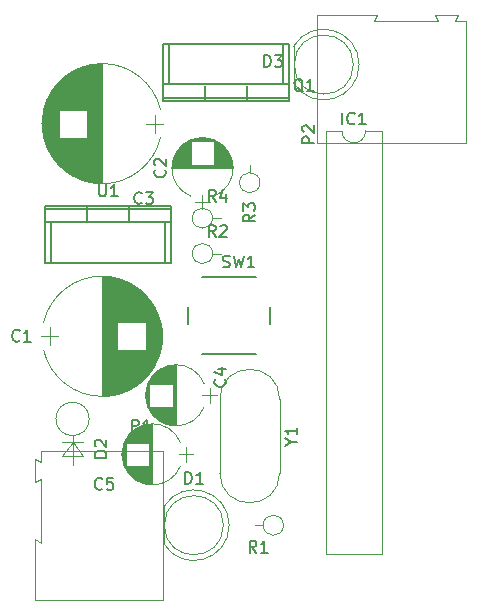
<source format=gbr>
G04 #@! TF.FileFunction,Legend,Top*
%FSLAX46Y46*%
G04 Gerber Fmt 4.6, Leading zero omitted, Abs format (unit mm)*
G04 Created by KiCad (PCBNEW 4.0.5) date Wednesday, 05 April 2017 'AMt' 09:54:50*
%MOMM*%
%LPD*%
G01*
G04 APERTURE LIST*
%ADD10C,0.100000*%
%ADD11C,0.120000*%
%ADD12C,0.150000*%
G04 APERTURE END LIST*
D10*
D11*
X142810000Y-117610000D02*
G75*
G02X140810000Y-117610000I-1000000J0D01*
G01*
X140810000Y-117610000D02*
X139440000Y-117610000D01*
X139440000Y-117610000D02*
X139440000Y-153410000D01*
X139440000Y-153410000D02*
X144180000Y-153410000D01*
X144180000Y-153410000D02*
X144180000Y-117610000D01*
X144180000Y-117610000D02*
X142810000Y-117610000D01*
X125451525Y-133820806D02*
G75*
G03X115548667Y-133820000I-4951525J-1179194D01*
G01*
X125451525Y-136179194D02*
G75*
G02X115548667Y-136180000I-4951525J1179194D01*
G01*
X125451525Y-136179194D02*
G75*
G03X125451333Y-133820000I-4951525J1179194D01*
G01*
X120500000Y-129950000D02*
X120500000Y-140050000D01*
X120540000Y-129950000D02*
X120540000Y-140050000D01*
X120580000Y-129950000D02*
X120580000Y-140050000D01*
X120620000Y-129951000D02*
X120620000Y-140049000D01*
X120660000Y-129952000D02*
X120660000Y-140048000D01*
X120700000Y-129953000D02*
X120700000Y-140047000D01*
X120740000Y-129955000D02*
X120740000Y-140045000D01*
X120780000Y-129957000D02*
X120780000Y-140043000D01*
X120820000Y-129960000D02*
X120820000Y-140040000D01*
X120860000Y-129962000D02*
X120860000Y-140038000D01*
X120900000Y-129965000D02*
X120900000Y-140035000D01*
X120940000Y-129969000D02*
X120940000Y-140031000D01*
X120980000Y-129972000D02*
X120980000Y-140028000D01*
X121020000Y-129976000D02*
X121020000Y-140024000D01*
X121060000Y-129980000D02*
X121060000Y-140020000D01*
X121100000Y-129985000D02*
X121100000Y-140015000D01*
X121140000Y-129990000D02*
X121140000Y-140010000D01*
X121180000Y-129995000D02*
X121180000Y-140005000D01*
X121221000Y-130001000D02*
X121221000Y-139999000D01*
X121261000Y-130007000D02*
X121261000Y-139993000D01*
X121301000Y-130013000D02*
X121301000Y-139987000D01*
X121341000Y-130019000D02*
X121341000Y-139981000D01*
X121381000Y-130026000D02*
X121381000Y-139974000D01*
X121421000Y-130033000D02*
X121421000Y-139967000D01*
X121461000Y-130041000D02*
X121461000Y-139959000D01*
X121501000Y-130049000D02*
X121501000Y-139951000D01*
X121541000Y-130057000D02*
X121541000Y-139943000D01*
X121581000Y-130065000D02*
X121581000Y-139935000D01*
X121621000Y-130074000D02*
X121621000Y-139926000D01*
X121661000Y-130083000D02*
X121661000Y-139917000D01*
X121701000Y-130093000D02*
X121701000Y-139907000D01*
X121741000Y-130103000D02*
X121741000Y-139897000D01*
X121781000Y-130113000D02*
X121781000Y-139887000D01*
X121821000Y-130124000D02*
X121821000Y-133819000D01*
X121821000Y-136181000D02*
X121821000Y-139876000D01*
X121861000Y-130135000D02*
X121861000Y-133819000D01*
X121861000Y-136181000D02*
X121861000Y-139865000D01*
X121901000Y-130146000D02*
X121901000Y-133819000D01*
X121901000Y-136181000D02*
X121901000Y-139854000D01*
X121941000Y-130157000D02*
X121941000Y-133819000D01*
X121941000Y-136181000D02*
X121941000Y-139843000D01*
X121981000Y-130169000D02*
X121981000Y-133819000D01*
X121981000Y-136181000D02*
X121981000Y-139831000D01*
X122021000Y-130182000D02*
X122021000Y-133819000D01*
X122021000Y-136181000D02*
X122021000Y-139818000D01*
X122061000Y-130194000D02*
X122061000Y-133819000D01*
X122061000Y-136181000D02*
X122061000Y-139806000D01*
X122101000Y-130208000D02*
X122101000Y-133819000D01*
X122101000Y-136181000D02*
X122101000Y-139792000D01*
X122141000Y-130221000D02*
X122141000Y-133819000D01*
X122141000Y-136181000D02*
X122141000Y-139779000D01*
X122181000Y-130235000D02*
X122181000Y-133819000D01*
X122181000Y-136181000D02*
X122181000Y-139765000D01*
X122221000Y-130249000D02*
X122221000Y-133819000D01*
X122221000Y-136181000D02*
X122221000Y-139751000D01*
X122261000Y-130263000D02*
X122261000Y-133819000D01*
X122261000Y-136181000D02*
X122261000Y-139737000D01*
X122301000Y-130278000D02*
X122301000Y-133819000D01*
X122301000Y-136181000D02*
X122301000Y-139722000D01*
X122341000Y-130294000D02*
X122341000Y-133819000D01*
X122341000Y-136181000D02*
X122341000Y-139706000D01*
X122381000Y-130309000D02*
X122381000Y-133819000D01*
X122381000Y-136181000D02*
X122381000Y-139691000D01*
X122421000Y-130326000D02*
X122421000Y-133819000D01*
X122421000Y-136181000D02*
X122421000Y-139674000D01*
X122461000Y-130342000D02*
X122461000Y-133819000D01*
X122461000Y-136181000D02*
X122461000Y-139658000D01*
X122501000Y-130359000D02*
X122501000Y-133819000D01*
X122501000Y-136181000D02*
X122501000Y-139641000D01*
X122541000Y-130376000D02*
X122541000Y-133819000D01*
X122541000Y-136181000D02*
X122541000Y-139624000D01*
X122581000Y-130394000D02*
X122581000Y-133819000D01*
X122581000Y-136181000D02*
X122581000Y-139606000D01*
X122621000Y-130412000D02*
X122621000Y-133819000D01*
X122621000Y-136181000D02*
X122621000Y-139588000D01*
X122661000Y-130431000D02*
X122661000Y-133819000D01*
X122661000Y-136181000D02*
X122661000Y-139569000D01*
X122701000Y-130450000D02*
X122701000Y-133819000D01*
X122701000Y-136181000D02*
X122701000Y-139550000D01*
X122741000Y-130469000D02*
X122741000Y-133819000D01*
X122741000Y-136181000D02*
X122741000Y-139531000D01*
X122781000Y-130489000D02*
X122781000Y-133819000D01*
X122781000Y-136181000D02*
X122781000Y-139511000D01*
X122821000Y-130509000D02*
X122821000Y-133819000D01*
X122821000Y-136181000D02*
X122821000Y-139491000D01*
X122861000Y-130530000D02*
X122861000Y-133819000D01*
X122861000Y-136181000D02*
X122861000Y-139470000D01*
X122901000Y-130551000D02*
X122901000Y-133819000D01*
X122901000Y-136181000D02*
X122901000Y-139449000D01*
X122941000Y-130572000D02*
X122941000Y-133819000D01*
X122941000Y-136181000D02*
X122941000Y-139428000D01*
X122981000Y-130595000D02*
X122981000Y-133819000D01*
X122981000Y-136181000D02*
X122981000Y-139405000D01*
X123021000Y-130617000D02*
X123021000Y-133819000D01*
X123021000Y-136181000D02*
X123021000Y-139383000D01*
X123061000Y-130640000D02*
X123061000Y-133819000D01*
X123061000Y-136181000D02*
X123061000Y-139360000D01*
X123101000Y-130664000D02*
X123101000Y-133819000D01*
X123101000Y-136181000D02*
X123101000Y-139336000D01*
X123141000Y-130688000D02*
X123141000Y-133819000D01*
X123141000Y-136181000D02*
X123141000Y-139312000D01*
X123181000Y-130712000D02*
X123181000Y-133819000D01*
X123181000Y-136181000D02*
X123181000Y-139288000D01*
X123221000Y-130737000D02*
X123221000Y-133819000D01*
X123221000Y-136181000D02*
X123221000Y-139263000D01*
X123261000Y-130763000D02*
X123261000Y-133819000D01*
X123261000Y-136181000D02*
X123261000Y-139237000D01*
X123301000Y-130789000D02*
X123301000Y-133819000D01*
X123301000Y-136181000D02*
X123301000Y-139211000D01*
X123341000Y-130815000D02*
X123341000Y-133819000D01*
X123341000Y-136181000D02*
X123341000Y-139185000D01*
X123381000Y-130843000D02*
X123381000Y-133819000D01*
X123381000Y-136181000D02*
X123381000Y-139157000D01*
X123421000Y-130870000D02*
X123421000Y-133819000D01*
X123421000Y-136181000D02*
X123421000Y-139130000D01*
X123461000Y-130899000D02*
X123461000Y-133819000D01*
X123461000Y-136181000D02*
X123461000Y-139101000D01*
X123501000Y-130928000D02*
X123501000Y-133819000D01*
X123501000Y-136181000D02*
X123501000Y-139072000D01*
X123541000Y-130957000D02*
X123541000Y-133819000D01*
X123541000Y-136181000D02*
X123541000Y-139043000D01*
X123581000Y-130987000D02*
X123581000Y-133819000D01*
X123581000Y-136181000D02*
X123581000Y-139013000D01*
X123621000Y-131018000D02*
X123621000Y-133819000D01*
X123621000Y-136181000D02*
X123621000Y-138982000D01*
X123661000Y-131049000D02*
X123661000Y-133819000D01*
X123661000Y-136181000D02*
X123661000Y-138951000D01*
X123701000Y-131081000D02*
X123701000Y-133819000D01*
X123701000Y-136181000D02*
X123701000Y-138919000D01*
X123741000Y-131114000D02*
X123741000Y-133819000D01*
X123741000Y-136181000D02*
X123741000Y-138886000D01*
X123781000Y-131147000D02*
X123781000Y-133819000D01*
X123781000Y-136181000D02*
X123781000Y-138853000D01*
X123821000Y-131181000D02*
X123821000Y-133819000D01*
X123821000Y-136181000D02*
X123821000Y-138819000D01*
X123861000Y-131216000D02*
X123861000Y-133819000D01*
X123861000Y-136181000D02*
X123861000Y-138784000D01*
X123901000Y-131252000D02*
X123901000Y-133819000D01*
X123901000Y-136181000D02*
X123901000Y-138748000D01*
X123941000Y-131288000D02*
X123941000Y-133819000D01*
X123941000Y-136181000D02*
X123941000Y-138712000D01*
X123981000Y-131325000D02*
X123981000Y-133819000D01*
X123981000Y-136181000D02*
X123981000Y-138675000D01*
X124021000Y-131363000D02*
X124021000Y-133819000D01*
X124021000Y-136181000D02*
X124021000Y-138637000D01*
X124061000Y-131402000D02*
X124061000Y-133819000D01*
X124061000Y-136181000D02*
X124061000Y-138598000D01*
X124101000Y-131441000D02*
X124101000Y-133819000D01*
X124101000Y-136181000D02*
X124101000Y-138559000D01*
X124141000Y-131482000D02*
X124141000Y-133819000D01*
X124141000Y-136181000D02*
X124141000Y-138518000D01*
X124181000Y-131523000D02*
X124181000Y-138477000D01*
X124221000Y-131565000D02*
X124221000Y-138435000D01*
X124261000Y-131609000D02*
X124261000Y-138391000D01*
X124301000Y-131653000D02*
X124301000Y-138347000D01*
X124341000Y-131698000D02*
X124341000Y-138302000D01*
X124381000Y-131745000D02*
X124381000Y-138255000D01*
X124421000Y-131793000D02*
X124421000Y-138207000D01*
X124461000Y-131842000D02*
X124461000Y-138158000D01*
X124501000Y-131892000D02*
X124501000Y-138108000D01*
X124541000Y-131943000D02*
X124541000Y-138057000D01*
X124581000Y-131996000D02*
X124581000Y-138004000D01*
X124621000Y-132051000D02*
X124621000Y-137949000D01*
X124661000Y-132106000D02*
X124661000Y-137894000D01*
X124701000Y-132164000D02*
X124701000Y-137836000D01*
X124741000Y-132223000D02*
X124741000Y-137777000D01*
X124781000Y-132285000D02*
X124781000Y-137715000D01*
X124821000Y-132348000D02*
X124821000Y-137652000D01*
X124861000Y-132413000D02*
X124861000Y-137587000D01*
X124901000Y-132481000D02*
X124901000Y-137519000D01*
X124941000Y-132551000D02*
X124941000Y-137449000D01*
X124981000Y-132623000D02*
X124981000Y-137377000D01*
X125021000Y-132699000D02*
X125021000Y-137301000D01*
X125061000Y-132778000D02*
X125061000Y-137222000D01*
X125101000Y-132860000D02*
X125101000Y-137140000D01*
X125141000Y-132947000D02*
X125141000Y-137053000D01*
X125181000Y-133038000D02*
X125181000Y-136962000D01*
X125221000Y-133134000D02*
X125221000Y-136866000D01*
X125261000Y-133237000D02*
X125261000Y-136763000D01*
X125301000Y-133346000D02*
X125301000Y-136654000D01*
X125341000Y-133464000D02*
X125341000Y-136536000D01*
X125381000Y-133593000D02*
X125381000Y-136407000D01*
X125421000Y-133735000D02*
X125421000Y-136265000D01*
X125461000Y-133896000D02*
X125461000Y-136104000D01*
X125501000Y-134087000D02*
X125501000Y-135913000D01*
X125541000Y-134328000D02*
X125541000Y-135672000D01*
X125581000Y-134721000D02*
X125581000Y-135279000D01*
X115300000Y-135000000D02*
X116800000Y-135000000D01*
X116050000Y-134250000D02*
X116050000Y-135750000D01*
X115548475Y-118179194D02*
G75*
G03X125451333Y-118180000I4951525J1179194D01*
G01*
X115548475Y-115820806D02*
G75*
G02X125451333Y-115820000I4951525J-1179194D01*
G01*
X115548475Y-115820806D02*
G75*
G03X115548667Y-118180000I4951525J-1179194D01*
G01*
X120500000Y-122050000D02*
X120500000Y-111950000D01*
X120460000Y-122050000D02*
X120460000Y-111950000D01*
X120420000Y-122050000D02*
X120420000Y-111950000D01*
X120380000Y-122049000D02*
X120380000Y-111951000D01*
X120340000Y-122048000D02*
X120340000Y-111952000D01*
X120300000Y-122047000D02*
X120300000Y-111953000D01*
X120260000Y-122045000D02*
X120260000Y-111955000D01*
X120220000Y-122043000D02*
X120220000Y-111957000D01*
X120180000Y-122040000D02*
X120180000Y-111960000D01*
X120140000Y-122038000D02*
X120140000Y-111962000D01*
X120100000Y-122035000D02*
X120100000Y-111965000D01*
X120060000Y-122031000D02*
X120060000Y-111969000D01*
X120020000Y-122028000D02*
X120020000Y-111972000D01*
X119980000Y-122024000D02*
X119980000Y-111976000D01*
X119940000Y-122020000D02*
X119940000Y-111980000D01*
X119900000Y-122015000D02*
X119900000Y-111985000D01*
X119860000Y-122010000D02*
X119860000Y-111990000D01*
X119820000Y-122005000D02*
X119820000Y-111995000D01*
X119779000Y-121999000D02*
X119779000Y-112001000D01*
X119739000Y-121993000D02*
X119739000Y-112007000D01*
X119699000Y-121987000D02*
X119699000Y-112013000D01*
X119659000Y-121981000D02*
X119659000Y-112019000D01*
X119619000Y-121974000D02*
X119619000Y-112026000D01*
X119579000Y-121967000D02*
X119579000Y-112033000D01*
X119539000Y-121959000D02*
X119539000Y-112041000D01*
X119499000Y-121951000D02*
X119499000Y-112049000D01*
X119459000Y-121943000D02*
X119459000Y-112057000D01*
X119419000Y-121935000D02*
X119419000Y-112065000D01*
X119379000Y-121926000D02*
X119379000Y-112074000D01*
X119339000Y-121917000D02*
X119339000Y-112083000D01*
X119299000Y-121907000D02*
X119299000Y-112093000D01*
X119259000Y-121897000D02*
X119259000Y-112103000D01*
X119219000Y-121887000D02*
X119219000Y-112113000D01*
X119179000Y-121876000D02*
X119179000Y-118181000D01*
X119179000Y-115819000D02*
X119179000Y-112124000D01*
X119139000Y-121865000D02*
X119139000Y-118181000D01*
X119139000Y-115819000D02*
X119139000Y-112135000D01*
X119099000Y-121854000D02*
X119099000Y-118181000D01*
X119099000Y-115819000D02*
X119099000Y-112146000D01*
X119059000Y-121843000D02*
X119059000Y-118181000D01*
X119059000Y-115819000D02*
X119059000Y-112157000D01*
X119019000Y-121831000D02*
X119019000Y-118181000D01*
X119019000Y-115819000D02*
X119019000Y-112169000D01*
X118979000Y-121818000D02*
X118979000Y-118181000D01*
X118979000Y-115819000D02*
X118979000Y-112182000D01*
X118939000Y-121806000D02*
X118939000Y-118181000D01*
X118939000Y-115819000D02*
X118939000Y-112194000D01*
X118899000Y-121792000D02*
X118899000Y-118181000D01*
X118899000Y-115819000D02*
X118899000Y-112208000D01*
X118859000Y-121779000D02*
X118859000Y-118181000D01*
X118859000Y-115819000D02*
X118859000Y-112221000D01*
X118819000Y-121765000D02*
X118819000Y-118181000D01*
X118819000Y-115819000D02*
X118819000Y-112235000D01*
X118779000Y-121751000D02*
X118779000Y-118181000D01*
X118779000Y-115819000D02*
X118779000Y-112249000D01*
X118739000Y-121737000D02*
X118739000Y-118181000D01*
X118739000Y-115819000D02*
X118739000Y-112263000D01*
X118699000Y-121722000D02*
X118699000Y-118181000D01*
X118699000Y-115819000D02*
X118699000Y-112278000D01*
X118659000Y-121706000D02*
X118659000Y-118181000D01*
X118659000Y-115819000D02*
X118659000Y-112294000D01*
X118619000Y-121691000D02*
X118619000Y-118181000D01*
X118619000Y-115819000D02*
X118619000Y-112309000D01*
X118579000Y-121674000D02*
X118579000Y-118181000D01*
X118579000Y-115819000D02*
X118579000Y-112326000D01*
X118539000Y-121658000D02*
X118539000Y-118181000D01*
X118539000Y-115819000D02*
X118539000Y-112342000D01*
X118499000Y-121641000D02*
X118499000Y-118181000D01*
X118499000Y-115819000D02*
X118499000Y-112359000D01*
X118459000Y-121624000D02*
X118459000Y-118181000D01*
X118459000Y-115819000D02*
X118459000Y-112376000D01*
X118419000Y-121606000D02*
X118419000Y-118181000D01*
X118419000Y-115819000D02*
X118419000Y-112394000D01*
X118379000Y-121588000D02*
X118379000Y-118181000D01*
X118379000Y-115819000D02*
X118379000Y-112412000D01*
X118339000Y-121569000D02*
X118339000Y-118181000D01*
X118339000Y-115819000D02*
X118339000Y-112431000D01*
X118299000Y-121550000D02*
X118299000Y-118181000D01*
X118299000Y-115819000D02*
X118299000Y-112450000D01*
X118259000Y-121531000D02*
X118259000Y-118181000D01*
X118259000Y-115819000D02*
X118259000Y-112469000D01*
X118219000Y-121511000D02*
X118219000Y-118181000D01*
X118219000Y-115819000D02*
X118219000Y-112489000D01*
X118179000Y-121491000D02*
X118179000Y-118181000D01*
X118179000Y-115819000D02*
X118179000Y-112509000D01*
X118139000Y-121470000D02*
X118139000Y-118181000D01*
X118139000Y-115819000D02*
X118139000Y-112530000D01*
X118099000Y-121449000D02*
X118099000Y-118181000D01*
X118099000Y-115819000D02*
X118099000Y-112551000D01*
X118059000Y-121428000D02*
X118059000Y-118181000D01*
X118059000Y-115819000D02*
X118059000Y-112572000D01*
X118019000Y-121405000D02*
X118019000Y-118181000D01*
X118019000Y-115819000D02*
X118019000Y-112595000D01*
X117979000Y-121383000D02*
X117979000Y-118181000D01*
X117979000Y-115819000D02*
X117979000Y-112617000D01*
X117939000Y-121360000D02*
X117939000Y-118181000D01*
X117939000Y-115819000D02*
X117939000Y-112640000D01*
X117899000Y-121336000D02*
X117899000Y-118181000D01*
X117899000Y-115819000D02*
X117899000Y-112664000D01*
X117859000Y-121312000D02*
X117859000Y-118181000D01*
X117859000Y-115819000D02*
X117859000Y-112688000D01*
X117819000Y-121288000D02*
X117819000Y-118181000D01*
X117819000Y-115819000D02*
X117819000Y-112712000D01*
X117779000Y-121263000D02*
X117779000Y-118181000D01*
X117779000Y-115819000D02*
X117779000Y-112737000D01*
X117739000Y-121237000D02*
X117739000Y-118181000D01*
X117739000Y-115819000D02*
X117739000Y-112763000D01*
X117699000Y-121211000D02*
X117699000Y-118181000D01*
X117699000Y-115819000D02*
X117699000Y-112789000D01*
X117659000Y-121185000D02*
X117659000Y-118181000D01*
X117659000Y-115819000D02*
X117659000Y-112815000D01*
X117619000Y-121157000D02*
X117619000Y-118181000D01*
X117619000Y-115819000D02*
X117619000Y-112843000D01*
X117579000Y-121130000D02*
X117579000Y-118181000D01*
X117579000Y-115819000D02*
X117579000Y-112870000D01*
X117539000Y-121101000D02*
X117539000Y-118181000D01*
X117539000Y-115819000D02*
X117539000Y-112899000D01*
X117499000Y-121072000D02*
X117499000Y-118181000D01*
X117499000Y-115819000D02*
X117499000Y-112928000D01*
X117459000Y-121043000D02*
X117459000Y-118181000D01*
X117459000Y-115819000D02*
X117459000Y-112957000D01*
X117419000Y-121013000D02*
X117419000Y-118181000D01*
X117419000Y-115819000D02*
X117419000Y-112987000D01*
X117379000Y-120982000D02*
X117379000Y-118181000D01*
X117379000Y-115819000D02*
X117379000Y-113018000D01*
X117339000Y-120951000D02*
X117339000Y-118181000D01*
X117339000Y-115819000D02*
X117339000Y-113049000D01*
X117299000Y-120919000D02*
X117299000Y-118181000D01*
X117299000Y-115819000D02*
X117299000Y-113081000D01*
X117259000Y-120886000D02*
X117259000Y-118181000D01*
X117259000Y-115819000D02*
X117259000Y-113114000D01*
X117219000Y-120853000D02*
X117219000Y-118181000D01*
X117219000Y-115819000D02*
X117219000Y-113147000D01*
X117179000Y-120819000D02*
X117179000Y-118181000D01*
X117179000Y-115819000D02*
X117179000Y-113181000D01*
X117139000Y-120784000D02*
X117139000Y-118181000D01*
X117139000Y-115819000D02*
X117139000Y-113216000D01*
X117099000Y-120748000D02*
X117099000Y-118181000D01*
X117099000Y-115819000D02*
X117099000Y-113252000D01*
X117059000Y-120712000D02*
X117059000Y-118181000D01*
X117059000Y-115819000D02*
X117059000Y-113288000D01*
X117019000Y-120675000D02*
X117019000Y-118181000D01*
X117019000Y-115819000D02*
X117019000Y-113325000D01*
X116979000Y-120637000D02*
X116979000Y-118181000D01*
X116979000Y-115819000D02*
X116979000Y-113363000D01*
X116939000Y-120598000D02*
X116939000Y-118181000D01*
X116939000Y-115819000D02*
X116939000Y-113402000D01*
X116899000Y-120559000D02*
X116899000Y-118181000D01*
X116899000Y-115819000D02*
X116899000Y-113441000D01*
X116859000Y-120518000D02*
X116859000Y-118181000D01*
X116859000Y-115819000D02*
X116859000Y-113482000D01*
X116819000Y-120477000D02*
X116819000Y-113523000D01*
X116779000Y-120435000D02*
X116779000Y-113565000D01*
X116739000Y-120391000D02*
X116739000Y-113609000D01*
X116699000Y-120347000D02*
X116699000Y-113653000D01*
X116659000Y-120302000D02*
X116659000Y-113698000D01*
X116619000Y-120255000D02*
X116619000Y-113745000D01*
X116579000Y-120207000D02*
X116579000Y-113793000D01*
X116539000Y-120158000D02*
X116539000Y-113842000D01*
X116499000Y-120108000D02*
X116499000Y-113892000D01*
X116459000Y-120057000D02*
X116459000Y-113943000D01*
X116419000Y-120004000D02*
X116419000Y-113996000D01*
X116379000Y-119949000D02*
X116379000Y-114051000D01*
X116339000Y-119894000D02*
X116339000Y-114106000D01*
X116299000Y-119836000D02*
X116299000Y-114164000D01*
X116259000Y-119777000D02*
X116259000Y-114223000D01*
X116219000Y-119715000D02*
X116219000Y-114285000D01*
X116179000Y-119652000D02*
X116179000Y-114348000D01*
X116139000Y-119587000D02*
X116139000Y-114413000D01*
X116099000Y-119519000D02*
X116099000Y-114481000D01*
X116059000Y-119449000D02*
X116059000Y-114551000D01*
X116019000Y-119377000D02*
X116019000Y-114623000D01*
X115979000Y-119301000D02*
X115979000Y-114699000D01*
X115939000Y-119222000D02*
X115939000Y-114778000D01*
X115899000Y-119140000D02*
X115899000Y-114860000D01*
X115859000Y-119053000D02*
X115859000Y-114947000D01*
X115819000Y-118962000D02*
X115819000Y-115038000D01*
X115779000Y-118866000D02*
X115779000Y-115134000D01*
X115739000Y-118763000D02*
X115739000Y-115237000D01*
X115699000Y-118654000D02*
X115699000Y-115346000D01*
X115659000Y-118536000D02*
X115659000Y-115464000D01*
X115619000Y-118407000D02*
X115619000Y-115593000D01*
X115579000Y-118265000D02*
X115579000Y-115735000D01*
X115539000Y-118104000D02*
X115539000Y-115896000D01*
X115499000Y-117913000D02*
X115499000Y-116087000D01*
X115459000Y-117672000D02*
X115459000Y-116328000D01*
X115419000Y-117279000D02*
X115419000Y-116721000D01*
X125700000Y-117000000D02*
X124200000Y-117000000D01*
X124950000Y-117750000D02*
X124950000Y-116250000D01*
X131260000Y-151000462D02*
G75*
G03X125710000Y-149455170I-2990000J462D01*
G01*
X131260000Y-150999538D02*
G75*
G02X125710000Y-152544830I-2990000J-462D01*
G01*
X130770000Y-151000000D02*
G75*
G03X130770000Y-151000000I-2500000J0D01*
G01*
X125710000Y-149455000D02*
X125710000Y-152545000D01*
X119410000Y-142000000D02*
G75*
G03X119410000Y-142000000I-1410000J0D01*
G01*
X118000000Y-143410000D02*
X118000000Y-145880000D01*
X118889000Y-143947333D02*
X117111000Y-143947333D01*
X118000000Y-143947333D02*
X118889000Y-145132667D01*
X118889000Y-145132667D02*
X117111000Y-145132667D01*
X117111000Y-145132667D02*
X118000000Y-143947333D01*
X142260000Y-112000462D02*
G75*
G03X136710000Y-110455170I-2990000J462D01*
G01*
X142260000Y-111999538D02*
G75*
G02X136710000Y-113544830I-2990000J-462D01*
G01*
X141770000Y-112000000D02*
G75*
G03X141770000Y-112000000I-2500000J0D01*
G01*
X136710000Y-110455000D02*
X136710000Y-113545000D01*
X125650000Y-157300000D02*
X125650000Y-144700000D01*
X125650000Y-144700000D02*
X115300000Y-144700000D01*
X115300000Y-144700000D02*
X115300000Y-145650000D01*
X115300000Y-145650000D02*
X114800000Y-145400000D01*
X114800000Y-145400000D02*
X114800000Y-147300000D01*
X114800000Y-147300000D02*
X114800000Y-147350000D01*
X114800000Y-147350000D02*
X115300000Y-147100000D01*
X115300000Y-147100000D02*
X115300000Y-152500000D01*
X115300000Y-152500000D02*
X114800000Y-152200000D01*
X114800000Y-152200000D02*
X114800000Y-157300000D01*
X114800000Y-157300000D02*
X125650000Y-157300000D01*
X138700000Y-118650000D02*
X151300000Y-118650000D01*
X151300000Y-118650000D02*
X151300000Y-108300000D01*
X151300000Y-108300000D02*
X150350000Y-108300000D01*
X150350000Y-108300000D02*
X150600000Y-107800000D01*
X150600000Y-107800000D02*
X148700000Y-107800000D01*
X148700000Y-107800000D02*
X148650000Y-107800000D01*
X148650000Y-107800000D02*
X148900000Y-108300000D01*
X148900000Y-108300000D02*
X143500000Y-108300000D01*
X143500000Y-108300000D02*
X143800000Y-107800000D01*
X143800000Y-107800000D02*
X138700000Y-107800000D01*
X138700000Y-107800000D02*
X138700000Y-118650000D01*
D12*
X126174000Y-113651000D02*
X126174000Y-110222000D01*
X135826000Y-113651000D02*
X135826000Y-110222000D01*
X125666000Y-114794000D02*
X136334000Y-114794000D01*
X129222000Y-113778000D02*
X129222000Y-115048000D01*
X132778000Y-113778000D02*
X132778000Y-115048000D01*
X136334000Y-113651000D02*
X125666000Y-113651000D01*
X125666000Y-110222000D02*
X136334000Y-110222000D01*
X136334000Y-115048000D02*
X136334000Y-110222000D01*
X125666000Y-115048000D02*
X125666000Y-110222000D01*
X125666000Y-115048000D02*
X136334000Y-115048000D01*
D11*
X135860000Y-151000000D02*
G75*
G03X135860000Y-151000000I-860000J0D01*
G01*
X134140000Y-151000000D02*
X133460000Y-151000000D01*
X129860000Y-128000000D02*
G75*
G03X129860000Y-128000000I-860000J0D01*
G01*
X129860000Y-128000000D02*
X130540000Y-128000000D01*
X133860000Y-122000000D02*
G75*
G03X133860000Y-122000000I-860000J0D01*
G01*
X133000000Y-121140000D02*
X133000000Y-120460000D01*
X129860000Y-125000000D02*
G75*
G03X129860000Y-125000000I-860000J0D01*
G01*
X129860000Y-125000000D02*
X130540000Y-125000000D01*
D12*
X125826000Y-125349000D02*
X125826000Y-128778000D01*
X116174000Y-125349000D02*
X116174000Y-128778000D01*
X126334000Y-124206000D02*
X115666000Y-124206000D01*
X122778000Y-125222000D02*
X122778000Y-123952000D01*
X119222000Y-125222000D02*
X119222000Y-123952000D01*
X115666000Y-125349000D02*
X126334000Y-125349000D01*
X126334000Y-128778000D02*
X115666000Y-128778000D01*
X115666000Y-123952000D02*
X115666000Y-128778000D01*
X126334000Y-123952000D02*
X126334000Y-128778000D01*
X126334000Y-123952000D02*
X115666000Y-123952000D01*
D11*
X130475000Y-140325000D02*
G75*
G02X135525000Y-140325000I2525000J0D01*
G01*
X130475000Y-146575000D02*
G75*
G03X135525000Y-146575000I2525000J0D01*
G01*
X135525000Y-140325000D02*
X135525000Y-146575000D01*
X130475000Y-140325000D02*
X130475000Y-146575000D01*
D12*
X129000000Y-136500000D02*
X133500000Y-136500000D01*
X127750000Y-132500000D02*
X127750000Y-134000000D01*
X133500000Y-130000000D02*
X129000000Y-130000000D01*
X134750000Y-134000000D02*
X134750000Y-132500000D01*
D11*
X128018600Y-118353137D02*
G75*
G03X128020000Y-123147436I981400J-2396863D01*
G01*
X129981400Y-118353137D02*
G75*
G02X129980000Y-123147436I-981400J-2396863D01*
G01*
X129981400Y-118353137D02*
G75*
G03X128020000Y-118352564I-981400J-2396863D01*
G01*
X126450000Y-120750000D02*
X131550000Y-120750000D01*
X126450000Y-120710000D02*
X131550000Y-120710000D01*
X126451000Y-120670000D02*
X131549000Y-120670000D01*
X126452000Y-120630000D02*
X131548000Y-120630000D01*
X126454000Y-120590000D02*
X131546000Y-120590000D01*
X126457000Y-120550000D02*
X131543000Y-120550000D01*
X126461000Y-120510000D02*
X131539000Y-120510000D01*
X126465000Y-120470000D02*
X128020000Y-120470000D01*
X129980000Y-120470000D02*
X131535000Y-120470000D01*
X126469000Y-120430000D02*
X128020000Y-120430000D01*
X129980000Y-120430000D02*
X131531000Y-120430000D01*
X126475000Y-120390000D02*
X128020000Y-120390000D01*
X129980000Y-120390000D02*
X131525000Y-120390000D01*
X126481000Y-120350000D02*
X128020000Y-120350000D01*
X129980000Y-120350000D02*
X131519000Y-120350000D01*
X126487000Y-120310000D02*
X128020000Y-120310000D01*
X129980000Y-120310000D02*
X131513000Y-120310000D01*
X126494000Y-120270000D02*
X128020000Y-120270000D01*
X129980000Y-120270000D02*
X131506000Y-120270000D01*
X126502000Y-120230000D02*
X128020000Y-120230000D01*
X129980000Y-120230000D02*
X131498000Y-120230000D01*
X126511000Y-120190000D02*
X128020000Y-120190000D01*
X129980000Y-120190000D02*
X131489000Y-120190000D01*
X126520000Y-120150000D02*
X128020000Y-120150000D01*
X129980000Y-120150000D02*
X131480000Y-120150000D01*
X126530000Y-120110000D02*
X128020000Y-120110000D01*
X129980000Y-120110000D02*
X131470000Y-120110000D01*
X126540000Y-120070000D02*
X128020000Y-120070000D01*
X129980000Y-120070000D02*
X131460000Y-120070000D01*
X126552000Y-120029000D02*
X128020000Y-120029000D01*
X129980000Y-120029000D02*
X131448000Y-120029000D01*
X126564000Y-119989000D02*
X128020000Y-119989000D01*
X129980000Y-119989000D02*
X131436000Y-119989000D01*
X126576000Y-119949000D02*
X128020000Y-119949000D01*
X129980000Y-119949000D02*
X131424000Y-119949000D01*
X126590000Y-119909000D02*
X128020000Y-119909000D01*
X129980000Y-119909000D02*
X131410000Y-119909000D01*
X126604000Y-119869000D02*
X128020000Y-119869000D01*
X129980000Y-119869000D02*
X131396000Y-119869000D01*
X126618000Y-119829000D02*
X128020000Y-119829000D01*
X129980000Y-119829000D02*
X131382000Y-119829000D01*
X126634000Y-119789000D02*
X128020000Y-119789000D01*
X129980000Y-119789000D02*
X131366000Y-119789000D01*
X126650000Y-119749000D02*
X128020000Y-119749000D01*
X129980000Y-119749000D02*
X131350000Y-119749000D01*
X126667000Y-119709000D02*
X128020000Y-119709000D01*
X129980000Y-119709000D02*
X131333000Y-119709000D01*
X126685000Y-119669000D02*
X128020000Y-119669000D01*
X129980000Y-119669000D02*
X131315000Y-119669000D01*
X126704000Y-119629000D02*
X128020000Y-119629000D01*
X129980000Y-119629000D02*
X131296000Y-119629000D01*
X126724000Y-119589000D02*
X128020000Y-119589000D01*
X129980000Y-119589000D02*
X131276000Y-119589000D01*
X126744000Y-119549000D02*
X128020000Y-119549000D01*
X129980000Y-119549000D02*
X131256000Y-119549000D01*
X126766000Y-119509000D02*
X128020000Y-119509000D01*
X129980000Y-119509000D02*
X131234000Y-119509000D01*
X126788000Y-119469000D02*
X128020000Y-119469000D01*
X129980000Y-119469000D02*
X131212000Y-119469000D01*
X126811000Y-119429000D02*
X128020000Y-119429000D01*
X129980000Y-119429000D02*
X131189000Y-119429000D01*
X126835000Y-119389000D02*
X128020000Y-119389000D01*
X129980000Y-119389000D02*
X131165000Y-119389000D01*
X126860000Y-119349000D02*
X128020000Y-119349000D01*
X129980000Y-119349000D02*
X131140000Y-119349000D01*
X126887000Y-119309000D02*
X128020000Y-119309000D01*
X129980000Y-119309000D02*
X131113000Y-119309000D01*
X126914000Y-119269000D02*
X128020000Y-119269000D01*
X129980000Y-119269000D02*
X131086000Y-119269000D01*
X126942000Y-119229000D02*
X128020000Y-119229000D01*
X129980000Y-119229000D02*
X131058000Y-119229000D01*
X126972000Y-119189000D02*
X128020000Y-119189000D01*
X129980000Y-119189000D02*
X131028000Y-119189000D01*
X127003000Y-119149000D02*
X128020000Y-119149000D01*
X129980000Y-119149000D02*
X130997000Y-119149000D01*
X127035000Y-119109000D02*
X128020000Y-119109000D01*
X129980000Y-119109000D02*
X130965000Y-119109000D01*
X127068000Y-119069000D02*
X128020000Y-119069000D01*
X129980000Y-119069000D02*
X130932000Y-119069000D01*
X127103000Y-119029000D02*
X128020000Y-119029000D01*
X129980000Y-119029000D02*
X130897000Y-119029000D01*
X127139000Y-118989000D02*
X128020000Y-118989000D01*
X129980000Y-118989000D02*
X130861000Y-118989000D01*
X127177000Y-118949000D02*
X128020000Y-118949000D01*
X129980000Y-118949000D02*
X130823000Y-118949000D01*
X127217000Y-118909000D02*
X128020000Y-118909000D01*
X129980000Y-118909000D02*
X130783000Y-118909000D01*
X127258000Y-118869000D02*
X128020000Y-118869000D01*
X129980000Y-118869000D02*
X130742000Y-118869000D01*
X127301000Y-118829000D02*
X128020000Y-118829000D01*
X129980000Y-118829000D02*
X130699000Y-118829000D01*
X127346000Y-118789000D02*
X128020000Y-118789000D01*
X129980000Y-118789000D02*
X130654000Y-118789000D01*
X127394000Y-118749000D02*
X128020000Y-118749000D01*
X129980000Y-118749000D02*
X130606000Y-118749000D01*
X127444000Y-118709000D02*
X128020000Y-118709000D01*
X129980000Y-118709000D02*
X130556000Y-118709000D01*
X127496000Y-118669000D02*
X128020000Y-118669000D01*
X129980000Y-118669000D02*
X130504000Y-118669000D01*
X127552000Y-118629000D02*
X128020000Y-118629000D01*
X129980000Y-118629000D02*
X130448000Y-118629000D01*
X127610000Y-118589000D02*
X128020000Y-118589000D01*
X129980000Y-118589000D02*
X130390000Y-118589000D01*
X127673000Y-118549000D02*
X128020000Y-118549000D01*
X129980000Y-118549000D02*
X130327000Y-118549000D01*
X127739000Y-118509000D02*
X130261000Y-118509000D01*
X127811000Y-118469000D02*
X130189000Y-118469000D01*
X127888000Y-118429000D02*
X130112000Y-118429000D01*
X127972000Y-118389000D02*
X130028000Y-118389000D01*
X128066000Y-118349000D02*
X129934000Y-118349000D01*
X128171000Y-118309000D02*
X129829000Y-118309000D01*
X128293000Y-118269000D02*
X129707000Y-118269000D01*
X128441000Y-118229000D02*
X129559000Y-118229000D01*
X128646000Y-118189000D02*
X129354000Y-118189000D01*
X129000000Y-124200000D02*
X129000000Y-123000000D01*
X128350000Y-123600000D02*
X129650000Y-123600000D01*
X124353137Y-140981400D02*
G75*
G03X129147436Y-140980000I2396863J981400D01*
G01*
X124353137Y-139018600D02*
G75*
G02X129147436Y-139020000I2396863J-981400D01*
G01*
X124353137Y-139018600D02*
G75*
G03X124352564Y-140980000I2396863J-981400D01*
G01*
X126750000Y-142550000D02*
X126750000Y-137450000D01*
X126710000Y-142550000D02*
X126710000Y-137450000D01*
X126670000Y-142549000D02*
X126670000Y-137451000D01*
X126630000Y-142548000D02*
X126630000Y-137452000D01*
X126590000Y-142546000D02*
X126590000Y-137454000D01*
X126550000Y-142543000D02*
X126550000Y-137457000D01*
X126510000Y-142539000D02*
X126510000Y-137461000D01*
X126470000Y-142535000D02*
X126470000Y-140980000D01*
X126470000Y-139020000D02*
X126470000Y-137465000D01*
X126430000Y-142531000D02*
X126430000Y-140980000D01*
X126430000Y-139020000D02*
X126430000Y-137469000D01*
X126390000Y-142525000D02*
X126390000Y-140980000D01*
X126390000Y-139020000D02*
X126390000Y-137475000D01*
X126350000Y-142519000D02*
X126350000Y-140980000D01*
X126350000Y-139020000D02*
X126350000Y-137481000D01*
X126310000Y-142513000D02*
X126310000Y-140980000D01*
X126310000Y-139020000D02*
X126310000Y-137487000D01*
X126270000Y-142506000D02*
X126270000Y-140980000D01*
X126270000Y-139020000D02*
X126270000Y-137494000D01*
X126230000Y-142498000D02*
X126230000Y-140980000D01*
X126230000Y-139020000D02*
X126230000Y-137502000D01*
X126190000Y-142489000D02*
X126190000Y-140980000D01*
X126190000Y-139020000D02*
X126190000Y-137511000D01*
X126150000Y-142480000D02*
X126150000Y-140980000D01*
X126150000Y-139020000D02*
X126150000Y-137520000D01*
X126110000Y-142470000D02*
X126110000Y-140980000D01*
X126110000Y-139020000D02*
X126110000Y-137530000D01*
X126070000Y-142460000D02*
X126070000Y-140980000D01*
X126070000Y-139020000D02*
X126070000Y-137540000D01*
X126029000Y-142448000D02*
X126029000Y-140980000D01*
X126029000Y-139020000D02*
X126029000Y-137552000D01*
X125989000Y-142436000D02*
X125989000Y-140980000D01*
X125989000Y-139020000D02*
X125989000Y-137564000D01*
X125949000Y-142424000D02*
X125949000Y-140980000D01*
X125949000Y-139020000D02*
X125949000Y-137576000D01*
X125909000Y-142410000D02*
X125909000Y-140980000D01*
X125909000Y-139020000D02*
X125909000Y-137590000D01*
X125869000Y-142396000D02*
X125869000Y-140980000D01*
X125869000Y-139020000D02*
X125869000Y-137604000D01*
X125829000Y-142382000D02*
X125829000Y-140980000D01*
X125829000Y-139020000D02*
X125829000Y-137618000D01*
X125789000Y-142366000D02*
X125789000Y-140980000D01*
X125789000Y-139020000D02*
X125789000Y-137634000D01*
X125749000Y-142350000D02*
X125749000Y-140980000D01*
X125749000Y-139020000D02*
X125749000Y-137650000D01*
X125709000Y-142333000D02*
X125709000Y-140980000D01*
X125709000Y-139020000D02*
X125709000Y-137667000D01*
X125669000Y-142315000D02*
X125669000Y-140980000D01*
X125669000Y-139020000D02*
X125669000Y-137685000D01*
X125629000Y-142296000D02*
X125629000Y-140980000D01*
X125629000Y-139020000D02*
X125629000Y-137704000D01*
X125589000Y-142276000D02*
X125589000Y-140980000D01*
X125589000Y-139020000D02*
X125589000Y-137724000D01*
X125549000Y-142256000D02*
X125549000Y-140980000D01*
X125549000Y-139020000D02*
X125549000Y-137744000D01*
X125509000Y-142234000D02*
X125509000Y-140980000D01*
X125509000Y-139020000D02*
X125509000Y-137766000D01*
X125469000Y-142212000D02*
X125469000Y-140980000D01*
X125469000Y-139020000D02*
X125469000Y-137788000D01*
X125429000Y-142189000D02*
X125429000Y-140980000D01*
X125429000Y-139020000D02*
X125429000Y-137811000D01*
X125389000Y-142165000D02*
X125389000Y-140980000D01*
X125389000Y-139020000D02*
X125389000Y-137835000D01*
X125349000Y-142140000D02*
X125349000Y-140980000D01*
X125349000Y-139020000D02*
X125349000Y-137860000D01*
X125309000Y-142113000D02*
X125309000Y-140980000D01*
X125309000Y-139020000D02*
X125309000Y-137887000D01*
X125269000Y-142086000D02*
X125269000Y-140980000D01*
X125269000Y-139020000D02*
X125269000Y-137914000D01*
X125229000Y-142058000D02*
X125229000Y-140980000D01*
X125229000Y-139020000D02*
X125229000Y-137942000D01*
X125189000Y-142028000D02*
X125189000Y-140980000D01*
X125189000Y-139020000D02*
X125189000Y-137972000D01*
X125149000Y-141997000D02*
X125149000Y-140980000D01*
X125149000Y-139020000D02*
X125149000Y-138003000D01*
X125109000Y-141965000D02*
X125109000Y-140980000D01*
X125109000Y-139020000D02*
X125109000Y-138035000D01*
X125069000Y-141932000D02*
X125069000Y-140980000D01*
X125069000Y-139020000D02*
X125069000Y-138068000D01*
X125029000Y-141897000D02*
X125029000Y-140980000D01*
X125029000Y-139020000D02*
X125029000Y-138103000D01*
X124989000Y-141861000D02*
X124989000Y-140980000D01*
X124989000Y-139020000D02*
X124989000Y-138139000D01*
X124949000Y-141823000D02*
X124949000Y-140980000D01*
X124949000Y-139020000D02*
X124949000Y-138177000D01*
X124909000Y-141783000D02*
X124909000Y-140980000D01*
X124909000Y-139020000D02*
X124909000Y-138217000D01*
X124869000Y-141742000D02*
X124869000Y-140980000D01*
X124869000Y-139020000D02*
X124869000Y-138258000D01*
X124829000Y-141699000D02*
X124829000Y-140980000D01*
X124829000Y-139020000D02*
X124829000Y-138301000D01*
X124789000Y-141654000D02*
X124789000Y-140980000D01*
X124789000Y-139020000D02*
X124789000Y-138346000D01*
X124749000Y-141606000D02*
X124749000Y-140980000D01*
X124749000Y-139020000D02*
X124749000Y-138394000D01*
X124709000Y-141556000D02*
X124709000Y-140980000D01*
X124709000Y-139020000D02*
X124709000Y-138444000D01*
X124669000Y-141504000D02*
X124669000Y-140980000D01*
X124669000Y-139020000D02*
X124669000Y-138496000D01*
X124629000Y-141448000D02*
X124629000Y-140980000D01*
X124629000Y-139020000D02*
X124629000Y-138552000D01*
X124589000Y-141390000D02*
X124589000Y-140980000D01*
X124589000Y-139020000D02*
X124589000Y-138610000D01*
X124549000Y-141327000D02*
X124549000Y-140980000D01*
X124549000Y-139020000D02*
X124549000Y-138673000D01*
X124509000Y-141261000D02*
X124509000Y-138739000D01*
X124469000Y-141189000D02*
X124469000Y-138811000D01*
X124429000Y-141112000D02*
X124429000Y-138888000D01*
X124389000Y-141028000D02*
X124389000Y-138972000D01*
X124349000Y-140934000D02*
X124349000Y-139066000D01*
X124309000Y-140829000D02*
X124309000Y-139171000D01*
X124269000Y-140707000D02*
X124269000Y-139293000D01*
X124229000Y-140559000D02*
X124229000Y-139441000D01*
X124189000Y-140354000D02*
X124189000Y-139646000D01*
X130200000Y-140000000D02*
X129000000Y-140000000D01*
X129600000Y-140650000D02*
X129600000Y-139350000D01*
X122353137Y-145981400D02*
G75*
G03X127147436Y-145980000I2396863J981400D01*
G01*
X122353137Y-144018600D02*
G75*
G02X127147436Y-144020000I2396863J-981400D01*
G01*
X122353137Y-144018600D02*
G75*
G03X122352564Y-145980000I2396863J-981400D01*
G01*
X124750000Y-147550000D02*
X124750000Y-142450000D01*
X124710000Y-147550000D02*
X124710000Y-142450000D01*
X124670000Y-147549000D02*
X124670000Y-142451000D01*
X124630000Y-147548000D02*
X124630000Y-142452000D01*
X124590000Y-147546000D02*
X124590000Y-142454000D01*
X124550000Y-147543000D02*
X124550000Y-142457000D01*
X124510000Y-147539000D02*
X124510000Y-142461000D01*
X124470000Y-147535000D02*
X124470000Y-145980000D01*
X124470000Y-144020000D02*
X124470000Y-142465000D01*
X124430000Y-147531000D02*
X124430000Y-145980000D01*
X124430000Y-144020000D02*
X124430000Y-142469000D01*
X124390000Y-147525000D02*
X124390000Y-145980000D01*
X124390000Y-144020000D02*
X124390000Y-142475000D01*
X124350000Y-147519000D02*
X124350000Y-145980000D01*
X124350000Y-144020000D02*
X124350000Y-142481000D01*
X124310000Y-147513000D02*
X124310000Y-145980000D01*
X124310000Y-144020000D02*
X124310000Y-142487000D01*
X124270000Y-147506000D02*
X124270000Y-145980000D01*
X124270000Y-144020000D02*
X124270000Y-142494000D01*
X124230000Y-147498000D02*
X124230000Y-145980000D01*
X124230000Y-144020000D02*
X124230000Y-142502000D01*
X124190000Y-147489000D02*
X124190000Y-145980000D01*
X124190000Y-144020000D02*
X124190000Y-142511000D01*
X124150000Y-147480000D02*
X124150000Y-145980000D01*
X124150000Y-144020000D02*
X124150000Y-142520000D01*
X124110000Y-147470000D02*
X124110000Y-145980000D01*
X124110000Y-144020000D02*
X124110000Y-142530000D01*
X124070000Y-147460000D02*
X124070000Y-145980000D01*
X124070000Y-144020000D02*
X124070000Y-142540000D01*
X124029000Y-147448000D02*
X124029000Y-145980000D01*
X124029000Y-144020000D02*
X124029000Y-142552000D01*
X123989000Y-147436000D02*
X123989000Y-145980000D01*
X123989000Y-144020000D02*
X123989000Y-142564000D01*
X123949000Y-147424000D02*
X123949000Y-145980000D01*
X123949000Y-144020000D02*
X123949000Y-142576000D01*
X123909000Y-147410000D02*
X123909000Y-145980000D01*
X123909000Y-144020000D02*
X123909000Y-142590000D01*
X123869000Y-147396000D02*
X123869000Y-145980000D01*
X123869000Y-144020000D02*
X123869000Y-142604000D01*
X123829000Y-147382000D02*
X123829000Y-145980000D01*
X123829000Y-144020000D02*
X123829000Y-142618000D01*
X123789000Y-147366000D02*
X123789000Y-145980000D01*
X123789000Y-144020000D02*
X123789000Y-142634000D01*
X123749000Y-147350000D02*
X123749000Y-145980000D01*
X123749000Y-144020000D02*
X123749000Y-142650000D01*
X123709000Y-147333000D02*
X123709000Y-145980000D01*
X123709000Y-144020000D02*
X123709000Y-142667000D01*
X123669000Y-147315000D02*
X123669000Y-145980000D01*
X123669000Y-144020000D02*
X123669000Y-142685000D01*
X123629000Y-147296000D02*
X123629000Y-145980000D01*
X123629000Y-144020000D02*
X123629000Y-142704000D01*
X123589000Y-147276000D02*
X123589000Y-145980000D01*
X123589000Y-144020000D02*
X123589000Y-142724000D01*
X123549000Y-147256000D02*
X123549000Y-145980000D01*
X123549000Y-144020000D02*
X123549000Y-142744000D01*
X123509000Y-147234000D02*
X123509000Y-145980000D01*
X123509000Y-144020000D02*
X123509000Y-142766000D01*
X123469000Y-147212000D02*
X123469000Y-145980000D01*
X123469000Y-144020000D02*
X123469000Y-142788000D01*
X123429000Y-147189000D02*
X123429000Y-145980000D01*
X123429000Y-144020000D02*
X123429000Y-142811000D01*
X123389000Y-147165000D02*
X123389000Y-145980000D01*
X123389000Y-144020000D02*
X123389000Y-142835000D01*
X123349000Y-147140000D02*
X123349000Y-145980000D01*
X123349000Y-144020000D02*
X123349000Y-142860000D01*
X123309000Y-147113000D02*
X123309000Y-145980000D01*
X123309000Y-144020000D02*
X123309000Y-142887000D01*
X123269000Y-147086000D02*
X123269000Y-145980000D01*
X123269000Y-144020000D02*
X123269000Y-142914000D01*
X123229000Y-147058000D02*
X123229000Y-145980000D01*
X123229000Y-144020000D02*
X123229000Y-142942000D01*
X123189000Y-147028000D02*
X123189000Y-145980000D01*
X123189000Y-144020000D02*
X123189000Y-142972000D01*
X123149000Y-146997000D02*
X123149000Y-145980000D01*
X123149000Y-144020000D02*
X123149000Y-143003000D01*
X123109000Y-146965000D02*
X123109000Y-145980000D01*
X123109000Y-144020000D02*
X123109000Y-143035000D01*
X123069000Y-146932000D02*
X123069000Y-145980000D01*
X123069000Y-144020000D02*
X123069000Y-143068000D01*
X123029000Y-146897000D02*
X123029000Y-145980000D01*
X123029000Y-144020000D02*
X123029000Y-143103000D01*
X122989000Y-146861000D02*
X122989000Y-145980000D01*
X122989000Y-144020000D02*
X122989000Y-143139000D01*
X122949000Y-146823000D02*
X122949000Y-145980000D01*
X122949000Y-144020000D02*
X122949000Y-143177000D01*
X122909000Y-146783000D02*
X122909000Y-145980000D01*
X122909000Y-144020000D02*
X122909000Y-143217000D01*
X122869000Y-146742000D02*
X122869000Y-145980000D01*
X122869000Y-144020000D02*
X122869000Y-143258000D01*
X122829000Y-146699000D02*
X122829000Y-145980000D01*
X122829000Y-144020000D02*
X122829000Y-143301000D01*
X122789000Y-146654000D02*
X122789000Y-145980000D01*
X122789000Y-144020000D02*
X122789000Y-143346000D01*
X122749000Y-146606000D02*
X122749000Y-145980000D01*
X122749000Y-144020000D02*
X122749000Y-143394000D01*
X122709000Y-146556000D02*
X122709000Y-145980000D01*
X122709000Y-144020000D02*
X122709000Y-143444000D01*
X122669000Y-146504000D02*
X122669000Y-145980000D01*
X122669000Y-144020000D02*
X122669000Y-143496000D01*
X122629000Y-146448000D02*
X122629000Y-145980000D01*
X122629000Y-144020000D02*
X122629000Y-143552000D01*
X122589000Y-146390000D02*
X122589000Y-145980000D01*
X122589000Y-144020000D02*
X122589000Y-143610000D01*
X122549000Y-146327000D02*
X122549000Y-145980000D01*
X122549000Y-144020000D02*
X122549000Y-143673000D01*
X122509000Y-146261000D02*
X122509000Y-143739000D01*
X122469000Y-146189000D02*
X122469000Y-143811000D01*
X122429000Y-146112000D02*
X122429000Y-143888000D01*
X122389000Y-146028000D02*
X122389000Y-143972000D01*
X122349000Y-145934000D02*
X122349000Y-144066000D01*
X122309000Y-145829000D02*
X122309000Y-144171000D01*
X122269000Y-145707000D02*
X122269000Y-144293000D01*
X122229000Y-145559000D02*
X122229000Y-144441000D01*
X122189000Y-145354000D02*
X122189000Y-144646000D01*
X128200000Y-145000000D02*
X127000000Y-145000000D01*
X127600000Y-145650000D02*
X127600000Y-144350000D01*
D12*
X140833810Y-117062381D02*
X140833810Y-116062381D01*
X141881429Y-116967143D02*
X141833810Y-117014762D01*
X141690953Y-117062381D01*
X141595715Y-117062381D01*
X141452857Y-117014762D01*
X141357619Y-116919524D01*
X141310000Y-116824286D01*
X141262381Y-116633810D01*
X141262381Y-116490952D01*
X141310000Y-116300476D01*
X141357619Y-116205238D01*
X141452857Y-116110000D01*
X141595715Y-116062381D01*
X141690953Y-116062381D01*
X141833810Y-116110000D01*
X141881429Y-116157619D01*
X142833810Y-117062381D02*
X142262381Y-117062381D01*
X142548095Y-117062381D02*
X142548095Y-116062381D01*
X142452857Y-116205238D01*
X142357619Y-116300476D01*
X142262381Y-116348095D01*
X113515334Y-135357143D02*
X113467715Y-135404762D01*
X113324858Y-135452381D01*
X113229620Y-135452381D01*
X113086762Y-135404762D01*
X112991524Y-135309524D01*
X112943905Y-135214286D01*
X112896286Y-135023810D01*
X112896286Y-134880952D01*
X112943905Y-134690476D01*
X112991524Y-134595238D01*
X113086762Y-134500000D01*
X113229620Y-134452381D01*
X113324858Y-134452381D01*
X113467715Y-134500000D01*
X113515334Y-134547619D01*
X114467715Y-135452381D02*
X113896286Y-135452381D01*
X114182000Y-135452381D02*
X114182000Y-134452381D01*
X114086762Y-134595238D01*
X113991524Y-134690476D01*
X113896286Y-134738095D01*
X123849334Y-123707143D02*
X123801715Y-123754762D01*
X123658858Y-123802381D01*
X123563620Y-123802381D01*
X123420762Y-123754762D01*
X123325524Y-123659524D01*
X123277905Y-123564286D01*
X123230286Y-123373810D01*
X123230286Y-123230952D01*
X123277905Y-123040476D01*
X123325524Y-122945238D01*
X123420762Y-122850000D01*
X123563620Y-122802381D01*
X123658858Y-122802381D01*
X123801715Y-122850000D01*
X123849334Y-122897619D01*
X124182667Y-122802381D02*
X124801715Y-122802381D01*
X124468381Y-123183333D01*
X124611239Y-123183333D01*
X124706477Y-123230952D01*
X124754096Y-123278571D01*
X124801715Y-123373810D01*
X124801715Y-123611905D01*
X124754096Y-123707143D01*
X124706477Y-123754762D01*
X124611239Y-123802381D01*
X124325524Y-123802381D01*
X124230286Y-123754762D01*
X124182667Y-123707143D01*
X127531905Y-147492381D02*
X127531905Y-146492381D01*
X127770000Y-146492381D01*
X127912858Y-146540000D01*
X128008096Y-146635238D01*
X128055715Y-146730476D01*
X128103334Y-146920952D01*
X128103334Y-147063810D01*
X128055715Y-147254286D01*
X128008096Y-147349524D01*
X127912858Y-147444762D01*
X127770000Y-147492381D01*
X127531905Y-147492381D01*
X129055715Y-147492381D02*
X128484286Y-147492381D01*
X128770000Y-147492381D02*
X128770000Y-146492381D01*
X128674762Y-146635238D01*
X128579524Y-146730476D01*
X128484286Y-146778095D01*
X120862381Y-145278095D02*
X119862381Y-145278095D01*
X119862381Y-145040000D01*
X119910000Y-144897142D01*
X120005238Y-144801904D01*
X120100476Y-144754285D01*
X120290952Y-144706666D01*
X120433810Y-144706666D01*
X120624286Y-144754285D01*
X120719524Y-144801904D01*
X120814762Y-144897142D01*
X120862381Y-145040000D01*
X120862381Y-145278095D01*
X119957619Y-144325714D02*
X119910000Y-144278095D01*
X119862381Y-144182857D01*
X119862381Y-143944761D01*
X119910000Y-143849523D01*
X119957619Y-143801904D01*
X120052857Y-143754285D01*
X120148095Y-143754285D01*
X120290952Y-143801904D01*
X120862381Y-144373333D01*
X120862381Y-143754285D01*
X134213905Y-112198381D02*
X134213905Y-111198381D01*
X134452000Y-111198381D01*
X134594858Y-111246000D01*
X134690096Y-111341238D01*
X134737715Y-111436476D01*
X134785334Y-111626952D01*
X134785334Y-111769810D01*
X134737715Y-111960286D01*
X134690096Y-112055524D01*
X134594858Y-112150762D01*
X134452000Y-112198381D01*
X134213905Y-112198381D01*
X135118667Y-111198381D02*
X135737715Y-111198381D01*
X135404381Y-111579333D01*
X135547239Y-111579333D01*
X135642477Y-111626952D01*
X135690096Y-111674571D01*
X135737715Y-111769810D01*
X135737715Y-112007905D01*
X135690096Y-112103143D01*
X135642477Y-112150762D01*
X135547239Y-112198381D01*
X135261524Y-112198381D01*
X135166286Y-112150762D01*
X135118667Y-112103143D01*
X123023905Y-143070381D02*
X123023905Y-142070381D01*
X123404858Y-142070381D01*
X123500096Y-142118000D01*
X123547715Y-142165619D01*
X123595334Y-142260857D01*
X123595334Y-142403714D01*
X123547715Y-142498952D01*
X123500096Y-142546571D01*
X123404858Y-142594190D01*
X123023905Y-142594190D01*
X124547715Y-143070381D02*
X123976286Y-143070381D01*
X124262000Y-143070381D02*
X124262000Y-142070381D01*
X124166762Y-142213238D01*
X124071524Y-142308476D01*
X123976286Y-142356095D01*
X138462381Y-118658095D02*
X137462381Y-118658095D01*
X137462381Y-118277142D01*
X137510000Y-118181904D01*
X137557619Y-118134285D01*
X137652857Y-118086666D01*
X137795714Y-118086666D01*
X137890952Y-118134285D01*
X137938571Y-118181904D01*
X137986190Y-118277142D01*
X137986190Y-118658095D01*
X137557619Y-117705714D02*
X137510000Y-117658095D01*
X137462381Y-117562857D01*
X137462381Y-117324761D01*
X137510000Y-117229523D01*
X137557619Y-117181904D01*
X137652857Y-117134285D01*
X137748095Y-117134285D01*
X137890952Y-117181904D01*
X138462381Y-117753333D01*
X138462381Y-117134285D01*
X137508762Y-114325619D02*
X137413524Y-114278000D01*
X137318286Y-114182762D01*
X137175429Y-114039905D01*
X137080190Y-113992286D01*
X136984952Y-113992286D01*
X137032571Y-114230381D02*
X136937333Y-114182762D01*
X136842095Y-114087524D01*
X136794476Y-113897048D01*
X136794476Y-113563714D01*
X136842095Y-113373238D01*
X136937333Y-113278000D01*
X137032571Y-113230381D01*
X137223048Y-113230381D01*
X137318286Y-113278000D01*
X137413524Y-113373238D01*
X137461143Y-113563714D01*
X137461143Y-113897048D01*
X137413524Y-114087524D01*
X137318286Y-114182762D01*
X137223048Y-114230381D01*
X137032571Y-114230381D01*
X138413524Y-114230381D02*
X137842095Y-114230381D01*
X138127809Y-114230381D02*
X138127809Y-113230381D01*
X138032571Y-113373238D01*
X137937333Y-113468476D01*
X137842095Y-113516095D01*
X133563334Y-153312381D02*
X133230000Y-152836190D01*
X132991905Y-153312381D02*
X132991905Y-152312381D01*
X133372858Y-152312381D01*
X133468096Y-152360000D01*
X133515715Y-152407619D01*
X133563334Y-152502857D01*
X133563334Y-152645714D01*
X133515715Y-152740952D01*
X133468096Y-152788571D01*
X133372858Y-152836190D01*
X132991905Y-152836190D01*
X134515715Y-153312381D02*
X133944286Y-153312381D01*
X134230000Y-153312381D02*
X134230000Y-152312381D01*
X134134762Y-152455238D01*
X134039524Y-152550476D01*
X133944286Y-152598095D01*
X130103334Y-126592381D02*
X129770000Y-126116190D01*
X129531905Y-126592381D02*
X129531905Y-125592381D01*
X129912858Y-125592381D01*
X130008096Y-125640000D01*
X130055715Y-125687619D01*
X130103334Y-125782857D01*
X130103334Y-125925714D01*
X130055715Y-126020952D01*
X130008096Y-126068571D01*
X129912858Y-126116190D01*
X129531905Y-126116190D01*
X130484286Y-125687619D02*
X130531905Y-125640000D01*
X130627143Y-125592381D01*
X130865239Y-125592381D01*
X130960477Y-125640000D01*
X131008096Y-125687619D01*
X131055715Y-125782857D01*
X131055715Y-125878095D01*
X131008096Y-126020952D01*
X130436667Y-126592381D01*
X131055715Y-126592381D01*
X133452381Y-124706666D02*
X132976190Y-125040000D01*
X133452381Y-125278095D02*
X132452381Y-125278095D01*
X132452381Y-124897142D01*
X132500000Y-124801904D01*
X132547619Y-124754285D01*
X132642857Y-124706666D01*
X132785714Y-124706666D01*
X132880952Y-124754285D01*
X132928571Y-124801904D01*
X132976190Y-124897142D01*
X132976190Y-125278095D01*
X132452381Y-124373333D02*
X132452381Y-123754285D01*
X132833333Y-124087619D01*
X132833333Y-123944761D01*
X132880952Y-123849523D01*
X132928571Y-123801904D01*
X133023810Y-123754285D01*
X133261905Y-123754285D01*
X133357143Y-123801904D01*
X133404762Y-123849523D01*
X133452381Y-123944761D01*
X133452381Y-124230476D01*
X133404762Y-124325714D01*
X133357143Y-124373333D01*
X130103334Y-123592381D02*
X129770000Y-123116190D01*
X129531905Y-123592381D02*
X129531905Y-122592381D01*
X129912858Y-122592381D01*
X130008096Y-122640000D01*
X130055715Y-122687619D01*
X130103334Y-122782857D01*
X130103334Y-122925714D01*
X130055715Y-123020952D01*
X130008096Y-123068571D01*
X129912858Y-123116190D01*
X129531905Y-123116190D01*
X130960477Y-122925714D02*
X130960477Y-123592381D01*
X130722381Y-122544762D02*
X130484286Y-123259048D01*
X131103334Y-123259048D01*
X120238095Y-122134381D02*
X120238095Y-122943905D01*
X120285714Y-123039143D01*
X120333333Y-123086762D01*
X120428571Y-123134381D01*
X120619048Y-123134381D01*
X120714286Y-123086762D01*
X120761905Y-123039143D01*
X120809524Y-122943905D01*
X120809524Y-122134381D01*
X121809524Y-123134381D02*
X121238095Y-123134381D01*
X121523809Y-123134381D02*
X121523809Y-122134381D01*
X121428571Y-122277238D01*
X121333333Y-122372476D01*
X121238095Y-122420095D01*
X136501190Y-143926191D02*
X136977381Y-143926191D01*
X135977381Y-144259524D02*
X136501190Y-143926191D01*
X135977381Y-143592857D01*
X136977381Y-142735714D02*
X136977381Y-143307143D01*
X136977381Y-143021429D02*
X135977381Y-143021429D01*
X136120238Y-143116667D01*
X136215476Y-143211905D01*
X136263095Y-143307143D01*
X130730667Y-129118762D02*
X130873524Y-129166381D01*
X131111620Y-129166381D01*
X131206858Y-129118762D01*
X131254477Y-129071143D01*
X131302096Y-128975905D01*
X131302096Y-128880667D01*
X131254477Y-128785429D01*
X131206858Y-128737810D01*
X131111620Y-128690190D01*
X130921143Y-128642571D01*
X130825905Y-128594952D01*
X130778286Y-128547333D01*
X130730667Y-128452095D01*
X130730667Y-128356857D01*
X130778286Y-128261619D01*
X130825905Y-128214000D01*
X130921143Y-128166381D01*
X131159239Y-128166381D01*
X131302096Y-128214000D01*
X131635429Y-128166381D02*
X131873524Y-129166381D01*
X132064001Y-128452095D01*
X132254477Y-129166381D01*
X132492572Y-128166381D01*
X133397334Y-129166381D02*
X132825905Y-129166381D01*
X133111619Y-129166381D02*
X133111619Y-128166381D01*
X133016381Y-128309238D01*
X132921143Y-128404476D01*
X132825905Y-128452095D01*
X125797143Y-120916666D02*
X125844762Y-120964285D01*
X125892381Y-121107142D01*
X125892381Y-121202380D01*
X125844762Y-121345238D01*
X125749524Y-121440476D01*
X125654286Y-121488095D01*
X125463810Y-121535714D01*
X125320952Y-121535714D01*
X125130476Y-121488095D01*
X125035238Y-121440476D01*
X124940000Y-121345238D01*
X124892381Y-121202380D01*
X124892381Y-121107142D01*
X124940000Y-120964285D01*
X124987619Y-120916666D01*
X124987619Y-120535714D02*
X124940000Y-120488095D01*
X124892381Y-120392857D01*
X124892381Y-120154761D01*
X124940000Y-120059523D01*
X124987619Y-120011904D01*
X125082857Y-119964285D01*
X125178095Y-119964285D01*
X125320952Y-120011904D01*
X125892381Y-120583333D01*
X125892381Y-119964285D01*
X130897143Y-138642666D02*
X130944762Y-138690285D01*
X130992381Y-138833142D01*
X130992381Y-138928380D01*
X130944762Y-139071238D01*
X130849524Y-139166476D01*
X130754286Y-139214095D01*
X130563810Y-139261714D01*
X130420952Y-139261714D01*
X130230476Y-139214095D01*
X130135238Y-139166476D01*
X130040000Y-139071238D01*
X129992381Y-138928380D01*
X129992381Y-138833142D01*
X130040000Y-138690285D01*
X130087619Y-138642666D01*
X130325714Y-137785523D02*
X130992381Y-137785523D01*
X129944762Y-138023619D02*
X130659048Y-138261714D01*
X130659048Y-137642666D01*
X120499334Y-147897143D02*
X120451715Y-147944762D01*
X120308858Y-147992381D01*
X120213620Y-147992381D01*
X120070762Y-147944762D01*
X119975524Y-147849524D01*
X119927905Y-147754286D01*
X119880286Y-147563810D01*
X119880286Y-147420952D01*
X119927905Y-147230476D01*
X119975524Y-147135238D01*
X120070762Y-147040000D01*
X120213620Y-146992381D01*
X120308858Y-146992381D01*
X120451715Y-147040000D01*
X120499334Y-147087619D01*
X121404096Y-146992381D02*
X120927905Y-146992381D01*
X120880286Y-147468571D01*
X120927905Y-147420952D01*
X121023143Y-147373333D01*
X121261239Y-147373333D01*
X121356477Y-147420952D01*
X121404096Y-147468571D01*
X121451715Y-147563810D01*
X121451715Y-147801905D01*
X121404096Y-147897143D01*
X121356477Y-147944762D01*
X121261239Y-147992381D01*
X121023143Y-147992381D01*
X120927905Y-147944762D01*
X120880286Y-147897143D01*
M02*

</source>
